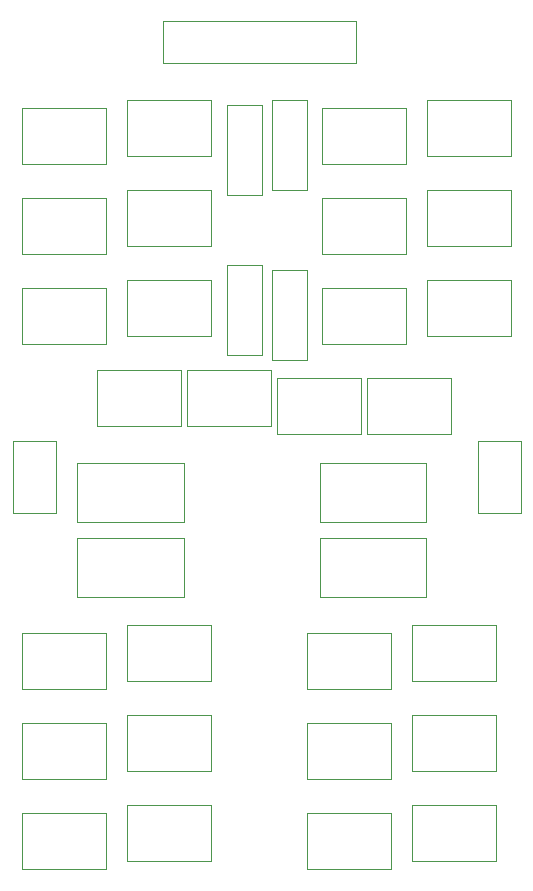
<source format=gbr>
G04 #@! TF.GenerationSoftware,KiCad,Pcbnew,5.0.1-33cea8e~68~ubuntu18.04.1*
G04 #@! TF.CreationDate,2018-11-12T23:59:36+00:00*
G04 #@! TF.ProjectId,h-bridge,682D6272696467652E6B696361645F70,rev?*
G04 #@! TF.SameCoordinates,Original*
G04 #@! TF.FileFunction,Other,User*
%FSLAX46Y46*%
G04 Gerber Fmt 4.6, Leading zero omitted, Abs format (unit mm)*
G04 Created by KiCad (PCBNEW 5.0.1-33cea8e~68~ubuntu18.04.1) date Mon 12 Nov 2018 23:59:36 GMT*
%MOMM*%
%LPD*%
G01*
G04 APERTURE LIST*
%ADD10C,0.050000*%
G04 APERTURE END LIST*
D10*
G04 #@! TO.C,J5*
X103610000Y-119910000D02*
X107210000Y-119910000D01*
X103610000Y-113760000D02*
X103610000Y-119910000D01*
X107210000Y-113760000D02*
X103610000Y-113760000D01*
X107210000Y-119910000D02*
X107210000Y-113760000D01*
G04 #@! TO.C,J6*
X146580000Y-119910000D02*
X146580000Y-113760000D01*
X146580000Y-113760000D02*
X142980000Y-113760000D01*
X142980000Y-113760000D02*
X142980000Y-119910000D01*
X142980000Y-119910000D02*
X146580000Y-119910000D01*
G04 #@! TO.C,J4*
X116310000Y-81810000D02*
X132610000Y-81810000D01*
X132610000Y-81810000D02*
X132610000Y-78210000D01*
X132610000Y-78210000D02*
X116310000Y-78210000D01*
X116310000Y-78210000D02*
X116310000Y-81810000D01*
G04 #@! TO.C,R1*
X121690000Y-85310000D02*
X121690000Y-92940000D01*
X124690000Y-85310000D02*
X121690000Y-85310000D01*
X124690000Y-92940000D02*
X124690000Y-85310000D01*
X121690000Y-92940000D02*
X124690000Y-92940000D01*
G04 #@! TO.C,R4*
X124690000Y-98830000D02*
X121690000Y-98830000D01*
X121690000Y-98830000D02*
X121690000Y-106460000D01*
X121690000Y-106460000D02*
X124690000Y-106460000D01*
X124690000Y-106460000D02*
X124690000Y-98830000D01*
G04 #@! TO.C,R5*
X125500000Y-99280000D02*
X125500000Y-106910000D01*
X128500000Y-99280000D02*
X125500000Y-99280000D01*
X128500000Y-106910000D02*
X128500000Y-99280000D01*
X125500000Y-106910000D02*
X128500000Y-106910000D01*
G04 #@! TO.C,R8*
X128500000Y-84860000D02*
X125500000Y-84860000D01*
X125500000Y-84860000D02*
X125500000Y-92490000D01*
X125500000Y-92490000D02*
X128500000Y-92490000D01*
X128500000Y-92490000D02*
X128500000Y-84860000D01*
G04 #@! TO.C,Q20*
X145790000Y-97260000D02*
X138690000Y-97260000D01*
X145790000Y-97260000D02*
X145790000Y-92520000D01*
X138690000Y-92520000D02*
X138690000Y-97260000D01*
X138690000Y-92520000D02*
X145790000Y-92520000D01*
G04 #@! TO.C,Q19*
X137420000Y-144590000D02*
X144520000Y-144590000D01*
X137420000Y-144590000D02*
X137420000Y-149330000D01*
X144520000Y-149330000D02*
X144520000Y-144590000D01*
X144520000Y-149330000D02*
X137420000Y-149330000D01*
G04 #@! TO.C,Q21*
X145790000Y-89640000D02*
X138690000Y-89640000D01*
X145790000Y-89640000D02*
X145790000Y-84900000D01*
X138690000Y-84900000D02*
X138690000Y-89640000D01*
X138690000Y-84900000D02*
X145790000Y-84900000D01*
G04 #@! TO.C,Q22*
X136900000Y-90360000D02*
X129800000Y-90360000D01*
X136900000Y-90360000D02*
X136900000Y-85620000D01*
X129800000Y-85620000D02*
X129800000Y-90360000D01*
X129800000Y-85620000D02*
X136900000Y-85620000D01*
G04 #@! TO.C,Q23*
X129800000Y-93240000D02*
X136900000Y-93240000D01*
X129800000Y-93240000D02*
X129800000Y-97980000D01*
X136900000Y-97980000D02*
X136900000Y-93240000D01*
X136900000Y-97980000D02*
X129800000Y-97980000D01*
G04 #@! TO.C,Q24*
X135630000Y-150050000D02*
X128530000Y-150050000D01*
X135630000Y-150050000D02*
X135630000Y-145310000D01*
X128530000Y-145310000D02*
X128530000Y-150050000D01*
X128530000Y-145310000D02*
X135630000Y-145310000D01*
G04 #@! TO.C,Q25*
X129800000Y-100860000D02*
X136900000Y-100860000D01*
X129800000Y-100860000D02*
X129800000Y-105600000D01*
X136900000Y-105600000D02*
X136900000Y-100860000D01*
X136900000Y-105600000D02*
X129800000Y-105600000D01*
G04 #@! TO.C,Q26*
X135630000Y-142430000D02*
X128530000Y-142430000D01*
X135630000Y-142430000D02*
X135630000Y-137690000D01*
X128530000Y-137690000D02*
X128530000Y-142430000D01*
X128530000Y-137690000D02*
X135630000Y-137690000D01*
G04 #@! TO.C,Q27*
X128530000Y-130070000D02*
X135630000Y-130070000D01*
X128530000Y-130070000D02*
X128530000Y-134810000D01*
X135630000Y-134810000D02*
X135630000Y-130070000D01*
X135630000Y-134810000D02*
X128530000Y-134810000D01*
G04 #@! TO.C,Q28*
X133090000Y-113220000D02*
X125990000Y-113220000D01*
X133090000Y-113220000D02*
X133090000Y-108480000D01*
X125990000Y-108480000D02*
X125990000Y-113220000D01*
X125990000Y-108480000D02*
X133090000Y-108480000D01*
G04 #@! TO.C,Q10*
X120390000Y-149330000D02*
X113290000Y-149330000D01*
X120390000Y-149330000D02*
X120390000Y-144590000D01*
X113290000Y-144590000D02*
X113290000Y-149330000D01*
X113290000Y-144590000D02*
X120390000Y-144590000D01*
G04 #@! TO.C,Q2*
X111500000Y-134810000D02*
X104400000Y-134810000D01*
X111500000Y-134810000D02*
X111500000Y-130070000D01*
X104400000Y-130070000D02*
X104400000Y-134810000D01*
X104400000Y-130070000D02*
X111500000Y-130070000D01*
G04 #@! TO.C,Q3*
X104400000Y-137690000D02*
X111500000Y-137690000D01*
X104400000Y-137690000D02*
X104400000Y-142430000D01*
X111500000Y-142430000D02*
X111500000Y-137690000D01*
X111500000Y-142430000D02*
X104400000Y-142430000D01*
G04 #@! TO.C,Q4*
X113290000Y-100140000D02*
X120390000Y-100140000D01*
X113290000Y-100140000D02*
X113290000Y-104880000D01*
X120390000Y-104880000D02*
X120390000Y-100140000D01*
X120390000Y-104880000D02*
X113290000Y-104880000D01*
G04 #@! TO.C,Q17*
X144520000Y-141710000D02*
X137420000Y-141710000D01*
X144520000Y-141710000D02*
X144520000Y-136970000D01*
X137420000Y-136970000D02*
X137420000Y-141710000D01*
X137420000Y-136970000D02*
X144520000Y-136970000D01*
G04 #@! TO.C,Q16*
X137420000Y-129350000D02*
X144520000Y-129350000D01*
X137420000Y-129350000D02*
X137420000Y-134090000D01*
X144520000Y-134090000D02*
X144520000Y-129350000D01*
X144520000Y-134090000D02*
X137420000Y-134090000D01*
G04 #@! TO.C,Q15*
X133610000Y-108480000D02*
X140710000Y-108480000D01*
X133610000Y-108480000D02*
X133610000Y-113220000D01*
X140710000Y-113220000D02*
X140710000Y-108480000D01*
X140710000Y-113220000D02*
X133610000Y-113220000D01*
G04 #@! TO.C,Q14*
X110750000Y-107760000D02*
X117850000Y-107760000D01*
X110750000Y-107760000D02*
X110750000Y-112500000D01*
X117850000Y-112500000D02*
X117850000Y-107760000D01*
X117850000Y-112500000D02*
X110750000Y-112500000D01*
G04 #@! TO.C,Q13*
X120390000Y-134090000D02*
X113290000Y-134090000D01*
X120390000Y-134090000D02*
X120390000Y-129350000D01*
X113290000Y-129350000D02*
X113290000Y-134090000D01*
X113290000Y-129350000D02*
X120390000Y-129350000D01*
G04 #@! TO.C,Q12*
X113290000Y-136970000D02*
X120390000Y-136970000D01*
X113290000Y-136970000D02*
X113290000Y-141710000D01*
X120390000Y-141710000D02*
X120390000Y-136970000D01*
X120390000Y-141710000D02*
X113290000Y-141710000D01*
G04 #@! TO.C,Q11*
X104400000Y-100860000D02*
X111500000Y-100860000D01*
X104400000Y-100860000D02*
X104400000Y-105600000D01*
X111500000Y-105600000D02*
X111500000Y-100860000D01*
X111500000Y-105600000D02*
X104400000Y-105600000D01*
G04 #@! TO.C,Q1*
X118370000Y-107760000D02*
X125470000Y-107760000D01*
X118370000Y-107760000D02*
X118370000Y-112500000D01*
X125470000Y-112500000D02*
X125470000Y-107760000D01*
X125470000Y-112500000D02*
X118370000Y-112500000D01*
G04 #@! TO.C,Q9*
X104400000Y-93240000D02*
X111500000Y-93240000D01*
X104400000Y-93240000D02*
X104400000Y-97980000D01*
X111500000Y-97980000D02*
X111500000Y-93240000D01*
X111500000Y-97980000D02*
X104400000Y-97980000D01*
G04 #@! TO.C,Q8*
X111500000Y-90360000D02*
X104400000Y-90360000D01*
X111500000Y-90360000D02*
X111500000Y-85620000D01*
X104400000Y-85620000D02*
X104400000Y-90360000D01*
X104400000Y-85620000D02*
X111500000Y-85620000D01*
G04 #@! TO.C,Q7*
X120390000Y-89640000D02*
X113290000Y-89640000D01*
X120390000Y-89640000D02*
X120390000Y-84900000D01*
X113290000Y-84900000D02*
X113290000Y-89640000D01*
X113290000Y-84900000D02*
X120390000Y-84900000D01*
G04 #@! TO.C,Q6*
X113290000Y-92520000D02*
X120390000Y-92520000D01*
X113290000Y-92520000D02*
X113290000Y-97260000D01*
X120390000Y-97260000D02*
X120390000Y-92520000D01*
X120390000Y-97260000D02*
X113290000Y-97260000D01*
G04 #@! TO.C,Q18*
X145790000Y-104880000D02*
X138690000Y-104880000D01*
X145790000Y-104880000D02*
X145790000Y-100140000D01*
X138690000Y-100140000D02*
X138690000Y-104880000D01*
X138690000Y-100140000D02*
X145790000Y-100140000D01*
G04 #@! TO.C,Q5*
X111500000Y-150050000D02*
X104400000Y-150050000D01*
X111500000Y-150050000D02*
X111500000Y-145310000D01*
X104400000Y-145310000D02*
X104400000Y-150050000D01*
X104400000Y-145310000D02*
X111500000Y-145310000D01*
G04 #@! TO.C,R2*
X109040000Y-120610000D02*
X118070000Y-120610000D01*
X109040000Y-115610000D02*
X109040000Y-120610000D01*
X118070000Y-115610000D02*
X109040000Y-115610000D01*
X118070000Y-120610000D02*
X118070000Y-115610000D01*
G04 #@! TO.C,R3*
X118070000Y-126960000D02*
X118070000Y-121960000D01*
X118070000Y-121960000D02*
X109040000Y-121960000D01*
X109040000Y-121960000D02*
X109040000Y-126960000D01*
X109040000Y-126960000D02*
X118070000Y-126960000D01*
G04 #@! TO.C,R6*
X138610000Y-115610000D02*
X129580000Y-115610000D01*
X138610000Y-120610000D02*
X138610000Y-115610000D01*
X129580000Y-120610000D02*
X138610000Y-120610000D01*
X129580000Y-115610000D02*
X129580000Y-120610000D01*
G04 #@! TO.C,R7*
X129580000Y-121960000D02*
X129580000Y-126960000D01*
X129580000Y-126960000D02*
X138610000Y-126960000D01*
X138610000Y-126960000D02*
X138610000Y-121960000D01*
X138610000Y-121960000D02*
X129580000Y-121960000D01*
G04 #@! TD*
M02*

</source>
